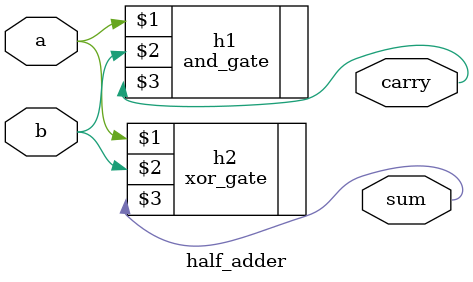
<source format=v>
`include "../and/and.v"
`include "../xor/xor.v"

module half_adder(input a,input b,output sum,output carry);
	and_gate h1(a,b,carry);
	xor_gate h2(a,b,sum);
endmodule
	

</source>
